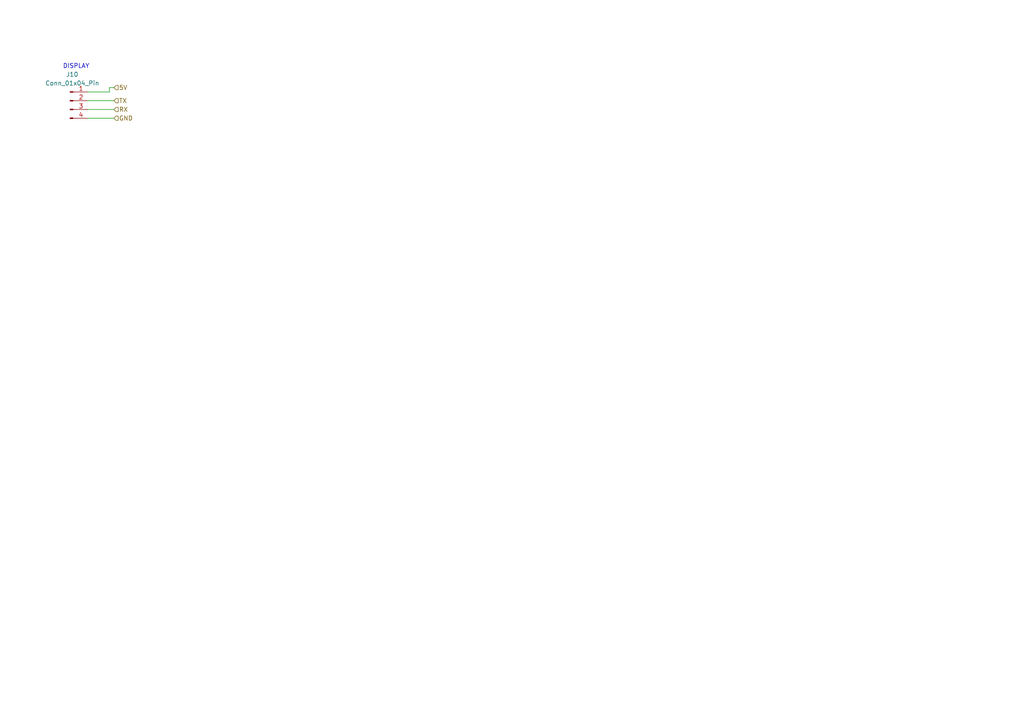
<source format=kicad_sch>
(kicad_sch (version 20231120) (generator "eeschema") (generator_version "8.0")
  (paper "A4")
  (lib_symbols
    (symbol "Connector:Conn_01x04_Pin" (pin_names (offset 1.016) hide)
      (property "Reference" "J" (at 0 5.08 0))
      (property "Value" "Conn_01x04_Pin" (at 0 -7.62 0))
      (symbol "Conn_01x04_Pin_1_1"
        (polyline (pts (xy 1.27 -5.08) (xy 0.8636 -5.08)) (stroke (width 0.1524)))
        (polyline (pts (xy 1.27 -2.54) (xy 0.8636 -2.54)) (stroke (width 0.1524)))
        (polyline (pts (xy 1.27 0) (xy 0.8636 0)) (stroke (width 0.1524)))
        (polyline (pts (xy 1.27 2.54) (xy 0.8636 2.54)) (stroke (width 0.1524)))
        (rectangle (start 0.8636 -4.953) (end 0 -5.207) (stroke (width 0.1524)) (fill (type outline)))
        (rectangle (start 0.8636 -2.413) (end 0 -2.667) (stroke (width 0.1524)) (fill (type outline)))
        (rectangle (start 0.8636 0.127) (end 0 -0.127) (stroke (width 0.1524)) (fill (type outline)))
        (rectangle (start 0.8636 2.667) (end 0 2.413) (stroke (width 0.1524)) (fill (type outline)))
        (pin passive line (at 5.08 2.54 180) (length 3.81) (name "Pin_1") (number "1"))
        (pin passive line (at 5.08 0 180) (length 3.81) (name "Pin_2") (number "2"))
        (pin passive line (at 5.08 -2.54 180) (length 3.81) (name "Pin_3") (number "3"))
        (pin passive line (at 5.08 -5.08 180) (length 3.81) (name "Pin_4") (number "4"))
      )
    )
  )
  (wire (pts (xy 31.75 25.4) (xy 33.02 25.4)))
  (wire (pts (xy 25.4 34.29) (xy 33.02 34.29)))
  (wire (pts (xy 25.4 26.67) (xy 31.75 26.67)))
  (wire (pts (xy 25.4 31.75) (xy 33.02 31.75)))
  (wire (pts (xy 31.75 26.67) (xy 31.75 25.4)))
  (wire (pts (xy 25.4 29.21) (xy 33.02 29.21)))
  (text "DISPLAY\n" (at 22.098 19.304 0) (effects (font (size 1.27 1.27))))
  (hierarchical_label "GND" (shape input) (at 33.02 34.29 0))
  (hierarchical_label "RX" (shape input) (at 33.02 31.75 0))
  (hierarchical_label "5V" (shape input) (at 33.02 25.4 0))
  (hierarchical_label "TX" (shape input) (at 33.02 29.21 0))
  (symbol (lib_id "Connector:Conn_01x04_Pin") (at 20.32 29.21 0) (unit 1)
    (property "Reference" "J10" (at 20.955 21.59 0))
    (property "Value" "Conn_01x04_Pin" (at 20.955 24.13 0))
    (property "Footprint" "Connector_JST:JST_EH_B4B-EH-A_1x04_P2.50mm_Vertical" (effects (hide yes)))
    (property "Description" "Generic connector, single row, 01x04, script generated" (effects (hide yes)))
  )
)
</source>
